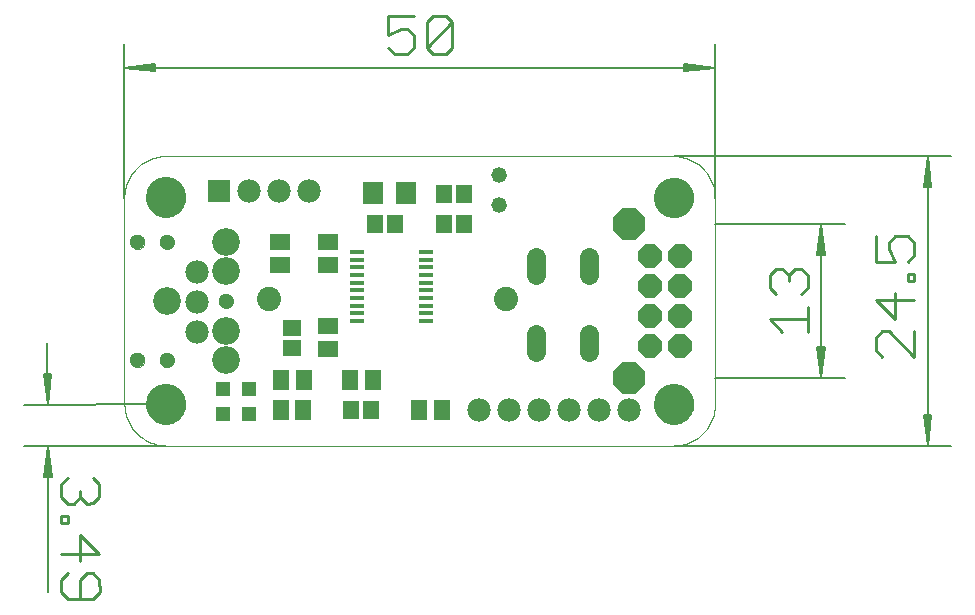
<source format=gts>
G75*
G70*
%OFA0B0*%
%FSLAX24Y24*%
%IPPOS*%
%LPD*%
%AMOC8*
5,1,8,0,0,1.08239X$1,22.5*
%
%ADD10C,0.0000*%
%ADD11C,0.0051*%
%ADD12C,0.0110*%
%ADD13C,0.0926*%
%ADD14C,0.0512*%
%ADD15OC8,0.0780*%
%ADD16R,0.0512X0.0512*%
%ADD17R,0.0552X0.0670*%
%ADD18R,0.0552X0.0631*%
%ADD19R,0.0670X0.0749*%
%ADD20C,0.0808*%
%ADD21R,0.0512X0.0158*%
%ADD22C,0.0520*%
%ADD23R,0.0780X0.0780*%
%ADD24C,0.0780*%
%ADD25R,0.0670X0.0552*%
%ADD26C,0.0631*%
%ADD27C,0.1340*%
%ADD28OC8,0.1040*%
%ADD29R,0.0631X0.0552*%
D10*
X004848Y006033D02*
X004851Y006033D01*
X021780Y006033D01*
X021784Y006033D01*
X021134Y007407D02*
X021136Y007457D01*
X021142Y007507D01*
X021152Y007557D01*
X021165Y007605D01*
X021182Y007653D01*
X021203Y007699D01*
X021227Y007743D01*
X021255Y007785D01*
X021286Y007825D01*
X021320Y007862D01*
X021357Y007897D01*
X021396Y007928D01*
X021437Y007957D01*
X021481Y007982D01*
X021527Y008004D01*
X021574Y008022D01*
X021622Y008036D01*
X021671Y008047D01*
X021721Y008054D01*
X021771Y008057D01*
X021822Y008056D01*
X021872Y008051D01*
X021922Y008042D01*
X021970Y008030D01*
X022018Y008013D01*
X022064Y007993D01*
X022109Y007970D01*
X022152Y007943D01*
X022192Y007913D01*
X022230Y007880D01*
X022265Y007844D01*
X022298Y007805D01*
X022327Y007764D01*
X022353Y007721D01*
X022376Y007676D01*
X022395Y007629D01*
X022410Y007581D01*
X022422Y007532D01*
X022430Y007482D01*
X022434Y007432D01*
X022434Y007382D01*
X022430Y007332D01*
X022422Y007282D01*
X022410Y007233D01*
X022395Y007185D01*
X022376Y007138D01*
X022353Y007093D01*
X022327Y007050D01*
X022298Y007009D01*
X022265Y006970D01*
X022230Y006934D01*
X022192Y006901D01*
X022152Y006871D01*
X022109Y006844D01*
X022064Y006821D01*
X022018Y006801D01*
X021970Y006784D01*
X021922Y006772D01*
X021872Y006763D01*
X021822Y006758D01*
X021771Y006757D01*
X021721Y006760D01*
X021671Y006767D01*
X021622Y006778D01*
X021574Y006792D01*
X021527Y006810D01*
X021481Y006832D01*
X021437Y006857D01*
X021396Y006886D01*
X021357Y006917D01*
X021320Y006952D01*
X021286Y006989D01*
X021255Y007029D01*
X021227Y007071D01*
X021203Y007115D01*
X021182Y007161D01*
X021165Y007209D01*
X021152Y007257D01*
X021142Y007307D01*
X021136Y007357D01*
X021134Y007407D01*
X021780Y006033D02*
X021852Y006035D01*
X021924Y006041D01*
X021996Y006050D01*
X022067Y006063D01*
X022137Y006080D01*
X022206Y006100D01*
X022274Y006125D01*
X022340Y006152D01*
X022406Y006183D01*
X022469Y006218D01*
X022531Y006255D01*
X022590Y006296D01*
X022647Y006340D01*
X022702Y006387D01*
X022754Y006437D01*
X022804Y006489D01*
X022851Y006544D01*
X022895Y006601D01*
X022936Y006660D01*
X022973Y006722D01*
X023008Y006785D01*
X023039Y006851D01*
X023066Y006917D01*
X023091Y006985D01*
X023111Y007054D01*
X023128Y007124D01*
X023141Y007195D01*
X023150Y007267D01*
X023156Y007339D01*
X023158Y007411D01*
X023158Y014300D01*
X023158Y014307D01*
X021130Y014300D02*
X021132Y014350D01*
X021138Y014400D01*
X021148Y014450D01*
X021161Y014498D01*
X021178Y014546D01*
X021199Y014592D01*
X021223Y014636D01*
X021251Y014678D01*
X021282Y014718D01*
X021316Y014755D01*
X021353Y014790D01*
X021392Y014821D01*
X021433Y014850D01*
X021477Y014875D01*
X021523Y014897D01*
X021570Y014915D01*
X021618Y014929D01*
X021667Y014940D01*
X021717Y014947D01*
X021767Y014950D01*
X021818Y014949D01*
X021868Y014944D01*
X021918Y014935D01*
X021966Y014923D01*
X022014Y014906D01*
X022060Y014886D01*
X022105Y014863D01*
X022148Y014836D01*
X022188Y014806D01*
X022226Y014773D01*
X022261Y014737D01*
X022294Y014698D01*
X022323Y014657D01*
X022349Y014614D01*
X022372Y014569D01*
X022391Y014522D01*
X022406Y014474D01*
X022418Y014425D01*
X022426Y014375D01*
X022430Y014325D01*
X022430Y014275D01*
X022426Y014225D01*
X022418Y014175D01*
X022406Y014126D01*
X022391Y014078D01*
X022372Y014031D01*
X022349Y013986D01*
X022323Y013943D01*
X022294Y013902D01*
X022261Y013863D01*
X022226Y013827D01*
X022188Y013794D01*
X022148Y013764D01*
X022105Y013737D01*
X022060Y013714D01*
X022014Y013694D01*
X021966Y013677D01*
X021918Y013665D01*
X021868Y013656D01*
X021818Y013651D01*
X021767Y013650D01*
X021717Y013653D01*
X021667Y013660D01*
X021618Y013671D01*
X021570Y013685D01*
X021523Y013703D01*
X021477Y013725D01*
X021433Y013750D01*
X021392Y013779D01*
X021353Y013810D01*
X021316Y013845D01*
X021282Y013882D01*
X021251Y013922D01*
X021223Y013964D01*
X021199Y014008D01*
X021178Y014054D01*
X021161Y014102D01*
X021148Y014150D01*
X021138Y014200D01*
X021132Y014250D01*
X021130Y014300D01*
X021780Y015678D02*
X021852Y015676D01*
X021924Y015670D01*
X021996Y015661D01*
X022067Y015648D01*
X022137Y015631D01*
X022206Y015611D01*
X022274Y015586D01*
X022340Y015559D01*
X022406Y015528D01*
X022469Y015493D01*
X022531Y015456D01*
X022590Y015415D01*
X022647Y015371D01*
X022702Y015324D01*
X022754Y015274D01*
X022804Y015222D01*
X022851Y015167D01*
X022895Y015110D01*
X022936Y015051D01*
X022973Y014989D01*
X023008Y014926D01*
X023039Y014860D01*
X023066Y014794D01*
X023091Y014726D01*
X023111Y014657D01*
X023128Y014587D01*
X023141Y014516D01*
X023150Y014444D01*
X023156Y014372D01*
X023158Y014300D01*
X021784Y015678D02*
X021780Y015678D01*
X004851Y015678D01*
X004198Y014304D02*
X004200Y014354D01*
X004206Y014404D01*
X004216Y014454D01*
X004229Y014502D01*
X004246Y014550D01*
X004267Y014596D01*
X004291Y014640D01*
X004319Y014682D01*
X004350Y014722D01*
X004384Y014759D01*
X004421Y014794D01*
X004460Y014825D01*
X004501Y014854D01*
X004545Y014879D01*
X004591Y014901D01*
X004638Y014919D01*
X004686Y014933D01*
X004735Y014944D01*
X004785Y014951D01*
X004835Y014954D01*
X004886Y014953D01*
X004936Y014948D01*
X004986Y014939D01*
X005034Y014927D01*
X005082Y014910D01*
X005128Y014890D01*
X005173Y014867D01*
X005216Y014840D01*
X005256Y014810D01*
X005294Y014777D01*
X005329Y014741D01*
X005362Y014702D01*
X005391Y014661D01*
X005417Y014618D01*
X005440Y014573D01*
X005459Y014526D01*
X005474Y014478D01*
X005486Y014429D01*
X005494Y014379D01*
X005498Y014329D01*
X005498Y014279D01*
X005494Y014229D01*
X005486Y014179D01*
X005474Y014130D01*
X005459Y014082D01*
X005440Y014035D01*
X005417Y013990D01*
X005391Y013947D01*
X005362Y013906D01*
X005329Y013867D01*
X005294Y013831D01*
X005256Y013798D01*
X005216Y013768D01*
X005173Y013741D01*
X005128Y013718D01*
X005082Y013698D01*
X005034Y013681D01*
X004986Y013669D01*
X004936Y013660D01*
X004886Y013655D01*
X004835Y013654D01*
X004785Y013657D01*
X004735Y013664D01*
X004686Y013675D01*
X004638Y013689D01*
X004591Y013707D01*
X004545Y013729D01*
X004501Y013754D01*
X004460Y013783D01*
X004421Y013814D01*
X004384Y013849D01*
X004350Y013886D01*
X004319Y013926D01*
X004291Y013968D01*
X004267Y014012D01*
X004246Y014058D01*
X004229Y014106D01*
X004216Y014154D01*
X004206Y014204D01*
X004200Y014254D01*
X004198Y014304D01*
X003473Y014300D02*
X003475Y014372D01*
X003481Y014444D01*
X003490Y014516D01*
X003503Y014587D01*
X003520Y014657D01*
X003540Y014726D01*
X003565Y014794D01*
X003592Y014860D01*
X003623Y014926D01*
X003658Y014989D01*
X003695Y015051D01*
X003736Y015110D01*
X003780Y015167D01*
X003827Y015222D01*
X003877Y015274D01*
X003929Y015324D01*
X003984Y015371D01*
X004041Y015415D01*
X004100Y015456D01*
X004162Y015493D01*
X004225Y015528D01*
X004291Y015559D01*
X004357Y015586D01*
X004425Y015611D01*
X004494Y015631D01*
X004564Y015648D01*
X004635Y015661D01*
X004707Y015670D01*
X004779Y015676D01*
X004851Y015678D01*
X003473Y014304D02*
X003473Y014300D01*
X003473Y007450D01*
X003473Y007407D01*
X004198Y007407D02*
X004200Y007457D01*
X004206Y007507D01*
X004216Y007557D01*
X004229Y007605D01*
X004246Y007653D01*
X004267Y007699D01*
X004291Y007743D01*
X004319Y007785D01*
X004350Y007825D01*
X004384Y007862D01*
X004421Y007897D01*
X004460Y007928D01*
X004501Y007957D01*
X004545Y007982D01*
X004591Y008004D01*
X004638Y008022D01*
X004686Y008036D01*
X004735Y008047D01*
X004785Y008054D01*
X004835Y008057D01*
X004886Y008056D01*
X004936Y008051D01*
X004986Y008042D01*
X005034Y008030D01*
X005082Y008013D01*
X005128Y007993D01*
X005173Y007970D01*
X005216Y007943D01*
X005256Y007913D01*
X005294Y007880D01*
X005329Y007844D01*
X005362Y007805D01*
X005391Y007764D01*
X005417Y007721D01*
X005440Y007676D01*
X005459Y007629D01*
X005474Y007581D01*
X005486Y007532D01*
X005494Y007482D01*
X005498Y007432D01*
X005498Y007382D01*
X005494Y007332D01*
X005486Y007282D01*
X005474Y007233D01*
X005459Y007185D01*
X005440Y007138D01*
X005417Y007093D01*
X005391Y007050D01*
X005362Y007009D01*
X005329Y006970D01*
X005294Y006934D01*
X005256Y006901D01*
X005216Y006871D01*
X005173Y006844D01*
X005128Y006821D01*
X005082Y006801D01*
X005034Y006784D01*
X004986Y006772D01*
X004936Y006763D01*
X004886Y006758D01*
X004835Y006757D01*
X004785Y006760D01*
X004735Y006767D01*
X004686Y006778D01*
X004638Y006792D01*
X004591Y006810D01*
X004545Y006832D01*
X004501Y006857D01*
X004460Y006886D01*
X004421Y006917D01*
X004384Y006952D01*
X004350Y006989D01*
X004319Y007029D01*
X004291Y007071D01*
X004267Y007115D01*
X004246Y007161D01*
X004229Y007209D01*
X004216Y007257D01*
X004206Y007307D01*
X004200Y007357D01*
X004198Y007407D01*
X003473Y007450D02*
X003474Y007377D01*
X003479Y007303D01*
X003487Y007231D01*
X003500Y007159D01*
X003516Y007087D01*
X003535Y007017D01*
X003559Y006947D01*
X003586Y006879D01*
X003617Y006813D01*
X003651Y006748D01*
X003688Y006685D01*
X003729Y006624D01*
X003772Y006566D01*
X003819Y006509D01*
X003869Y006455D01*
X003921Y006404D01*
X003976Y006356D01*
X004033Y006311D01*
X004093Y006268D01*
X004155Y006229D01*
X004219Y006193D01*
X004284Y006161D01*
X004352Y006132D01*
X004420Y006107D01*
X004490Y006085D01*
X004561Y006067D01*
X004633Y006052D01*
X004705Y006042D01*
X004778Y006035D01*
X004851Y006032D01*
X004655Y008883D02*
X004657Y008913D01*
X004663Y008943D01*
X004672Y008972D01*
X004685Y008999D01*
X004702Y009024D01*
X004721Y009047D01*
X004744Y009068D01*
X004769Y009085D01*
X004795Y009099D01*
X004824Y009109D01*
X004853Y009116D01*
X004883Y009119D01*
X004914Y009118D01*
X004944Y009113D01*
X004973Y009104D01*
X005000Y009092D01*
X005026Y009077D01*
X005050Y009058D01*
X005071Y009036D01*
X005089Y009012D01*
X005104Y008985D01*
X005115Y008957D01*
X005123Y008928D01*
X005127Y008898D01*
X005127Y008868D01*
X005123Y008838D01*
X005115Y008809D01*
X005104Y008781D01*
X005089Y008754D01*
X005071Y008730D01*
X005050Y008708D01*
X005026Y008689D01*
X005000Y008674D01*
X004973Y008662D01*
X004944Y008653D01*
X004914Y008648D01*
X004883Y008647D01*
X004853Y008650D01*
X004824Y008657D01*
X004795Y008667D01*
X004769Y008681D01*
X004744Y008698D01*
X004721Y008719D01*
X004702Y008742D01*
X004685Y008767D01*
X004672Y008794D01*
X004663Y008823D01*
X004657Y008853D01*
X004655Y008883D01*
X003670Y008883D02*
X003672Y008913D01*
X003678Y008943D01*
X003687Y008972D01*
X003700Y008999D01*
X003717Y009024D01*
X003736Y009047D01*
X003759Y009068D01*
X003784Y009085D01*
X003810Y009099D01*
X003839Y009109D01*
X003868Y009116D01*
X003898Y009119D01*
X003929Y009118D01*
X003959Y009113D01*
X003988Y009104D01*
X004015Y009092D01*
X004041Y009077D01*
X004065Y009058D01*
X004086Y009036D01*
X004104Y009012D01*
X004119Y008985D01*
X004130Y008957D01*
X004138Y008928D01*
X004142Y008898D01*
X004142Y008868D01*
X004138Y008838D01*
X004130Y008809D01*
X004119Y008781D01*
X004104Y008754D01*
X004086Y008730D01*
X004065Y008708D01*
X004041Y008689D01*
X004015Y008674D01*
X003988Y008662D01*
X003959Y008653D01*
X003929Y008648D01*
X003898Y008647D01*
X003868Y008650D01*
X003839Y008657D01*
X003810Y008667D01*
X003784Y008681D01*
X003759Y008698D01*
X003736Y008719D01*
X003717Y008742D01*
X003700Y008767D01*
X003687Y008794D01*
X003678Y008823D01*
X003672Y008853D01*
X003670Y008883D01*
X006623Y010852D02*
X006625Y010882D01*
X006631Y010912D01*
X006640Y010941D01*
X006653Y010968D01*
X006670Y010993D01*
X006689Y011016D01*
X006712Y011037D01*
X006737Y011054D01*
X006763Y011068D01*
X006792Y011078D01*
X006821Y011085D01*
X006851Y011088D01*
X006882Y011087D01*
X006912Y011082D01*
X006941Y011073D01*
X006968Y011061D01*
X006994Y011046D01*
X007018Y011027D01*
X007039Y011005D01*
X007057Y010981D01*
X007072Y010954D01*
X007083Y010926D01*
X007091Y010897D01*
X007095Y010867D01*
X007095Y010837D01*
X007091Y010807D01*
X007083Y010778D01*
X007072Y010750D01*
X007057Y010723D01*
X007039Y010699D01*
X007018Y010677D01*
X006994Y010658D01*
X006968Y010643D01*
X006941Y010631D01*
X006912Y010622D01*
X006882Y010617D01*
X006851Y010616D01*
X006821Y010619D01*
X006792Y010626D01*
X006763Y010636D01*
X006737Y010650D01*
X006712Y010667D01*
X006689Y010688D01*
X006670Y010711D01*
X006653Y010736D01*
X006640Y010763D01*
X006631Y010792D01*
X006625Y010822D01*
X006623Y010852D01*
X004655Y012820D02*
X004657Y012850D01*
X004663Y012880D01*
X004672Y012909D01*
X004685Y012936D01*
X004702Y012961D01*
X004721Y012984D01*
X004744Y013005D01*
X004769Y013022D01*
X004795Y013036D01*
X004824Y013046D01*
X004853Y013053D01*
X004883Y013056D01*
X004914Y013055D01*
X004944Y013050D01*
X004973Y013041D01*
X005000Y013029D01*
X005026Y013014D01*
X005050Y012995D01*
X005071Y012973D01*
X005089Y012949D01*
X005104Y012922D01*
X005115Y012894D01*
X005123Y012865D01*
X005127Y012835D01*
X005127Y012805D01*
X005123Y012775D01*
X005115Y012746D01*
X005104Y012718D01*
X005089Y012691D01*
X005071Y012667D01*
X005050Y012645D01*
X005026Y012626D01*
X005000Y012611D01*
X004973Y012599D01*
X004944Y012590D01*
X004914Y012585D01*
X004883Y012584D01*
X004853Y012587D01*
X004824Y012594D01*
X004795Y012604D01*
X004769Y012618D01*
X004744Y012635D01*
X004721Y012656D01*
X004702Y012679D01*
X004685Y012704D01*
X004672Y012731D01*
X004663Y012760D01*
X004657Y012790D01*
X004655Y012820D01*
X003670Y012820D02*
X003672Y012850D01*
X003678Y012880D01*
X003687Y012909D01*
X003700Y012936D01*
X003717Y012961D01*
X003736Y012984D01*
X003759Y013005D01*
X003784Y013022D01*
X003810Y013036D01*
X003839Y013046D01*
X003868Y013053D01*
X003898Y013056D01*
X003929Y013055D01*
X003959Y013050D01*
X003988Y013041D01*
X004015Y013029D01*
X004041Y013014D01*
X004065Y012995D01*
X004086Y012973D01*
X004104Y012949D01*
X004119Y012922D01*
X004130Y012894D01*
X004138Y012865D01*
X004142Y012835D01*
X004142Y012805D01*
X004138Y012775D01*
X004130Y012746D01*
X004119Y012718D01*
X004104Y012691D01*
X004086Y012667D01*
X004065Y012645D01*
X004041Y012626D01*
X004015Y012611D01*
X003988Y012599D01*
X003959Y012590D01*
X003929Y012585D01*
X003898Y012584D01*
X003868Y012587D01*
X003839Y012594D01*
X003810Y012604D01*
X003784Y012618D01*
X003759Y012635D01*
X003736Y012656D01*
X003717Y012679D01*
X003700Y012704D01*
X003687Y012731D01*
X003678Y012760D01*
X003672Y012790D01*
X003670Y012820D01*
D11*
X000916Y006024D02*
X000927Y001163D01*
X000867Y005000D02*
X000916Y006024D01*
X000816Y005000D01*
X000793Y005000D02*
X000916Y006024D01*
X001021Y005000D01*
X001044Y005000D02*
X000793Y005000D01*
X000970Y005000D02*
X000916Y006024D01*
X001044Y005000D01*
X000129Y006022D02*
X004851Y006033D01*
X004848Y007407D02*
X000126Y007397D01*
X000913Y007398D02*
X000808Y008422D01*
X000785Y008422D02*
X000913Y007398D01*
X001013Y008422D01*
X001036Y008422D02*
X000785Y008422D01*
X000859Y008422D02*
X000913Y007398D01*
X000962Y008422D01*
X001036Y008422D02*
X000913Y007398D01*
X000908Y009446D01*
X003473Y014300D02*
X003473Y019418D01*
X003473Y018631D02*
X004497Y018733D01*
X004497Y018757D02*
X004497Y018505D01*
X003473Y018631D01*
X004497Y018529D01*
X004497Y018580D02*
X003473Y018631D01*
X004497Y018682D01*
X004497Y018757D02*
X003473Y018631D01*
X023158Y018631D01*
X022135Y018529D01*
X022135Y018505D02*
X023158Y018631D01*
X022135Y018733D01*
X022135Y018757D02*
X022135Y018505D01*
X022135Y018580D02*
X023158Y018631D01*
X022135Y018682D01*
X022135Y018757D02*
X023158Y018631D01*
X023158Y019418D02*
X023158Y014300D01*
X023158Y013415D02*
X027489Y013415D01*
X026702Y013415D02*
X026804Y012391D01*
X026827Y012391D02*
X026702Y013415D01*
X026599Y012391D01*
X026576Y012391D02*
X026827Y012391D01*
X026753Y012391D02*
X026702Y013415D01*
X026651Y012391D01*
X026576Y012391D02*
X026702Y013415D01*
X026702Y008296D01*
X026804Y009320D01*
X026827Y009320D02*
X026702Y008296D01*
X026599Y009320D01*
X026576Y009320D02*
X026827Y009320D01*
X026753Y009320D02*
X026702Y008296D01*
X026651Y009320D01*
X026576Y009320D02*
X026702Y008296D01*
X027489Y008296D02*
X023158Y008296D01*
X021780Y006033D02*
X031032Y006033D01*
X030245Y006033D02*
X030347Y007056D01*
X030371Y007056D02*
X030245Y006033D01*
X030143Y007056D01*
X030119Y007056D02*
X030371Y007056D01*
X030296Y007056D02*
X030245Y006033D01*
X030194Y007056D01*
X030119Y007056D02*
X030245Y006033D01*
X030245Y015678D01*
X030347Y014655D01*
X030371Y014655D02*
X030245Y015678D01*
X030143Y014655D01*
X030119Y014655D02*
X030371Y014655D01*
X030296Y014655D02*
X030245Y015678D01*
X030194Y014655D01*
X030119Y014655D02*
X030245Y015678D01*
X031032Y015678D02*
X021780Y015678D01*
D12*
X025195Y011929D02*
X025407Y011929D01*
X025618Y011717D01*
X025830Y011929D01*
X026042Y011929D01*
X026253Y011717D01*
X026253Y011294D01*
X026042Y011083D01*
X026253Y010660D02*
X026253Y009814D01*
X026253Y010237D02*
X024984Y010237D01*
X025407Y009814D01*
X025195Y011083D02*
X024984Y011294D01*
X024984Y011717D01*
X025195Y011929D01*
X025618Y011717D02*
X025618Y011506D01*
X028527Y010895D02*
X029162Y010261D01*
X029162Y011107D01*
X029796Y010895D02*
X028527Y010895D01*
X029585Y011529D02*
X029585Y011741D01*
X029796Y011741D01*
X029796Y011529D01*
X029585Y011529D01*
X029585Y012164D02*
X029796Y012375D01*
X029796Y012798D01*
X029585Y013010D01*
X029162Y013010D01*
X028950Y012798D01*
X028950Y012587D01*
X029162Y012164D01*
X028527Y012164D01*
X028527Y013010D01*
X028739Y009838D02*
X028527Y009626D01*
X028527Y009203D01*
X028739Y008992D01*
X028950Y009838D02*
X029796Y008992D01*
X029796Y009838D01*
X028950Y009838D02*
X028739Y009838D01*
X014389Y019291D02*
X014178Y019080D01*
X013755Y019080D01*
X013543Y019291D01*
X014389Y020137D01*
X014389Y019291D01*
X013543Y019291D02*
X013543Y020137D01*
X013755Y020349D01*
X014178Y020349D01*
X014389Y020137D01*
X013121Y020349D02*
X012274Y020349D01*
X012274Y019714D01*
X012697Y019926D01*
X012909Y019926D01*
X013121Y019714D01*
X013121Y019291D01*
X012909Y019080D01*
X012486Y019080D01*
X012274Y019291D01*
X002425Y004948D02*
X002637Y004737D01*
X002637Y004314D01*
X002426Y004102D01*
X002215Y004101D01*
X002003Y004313D01*
X001792Y004101D01*
X001580Y004100D01*
X001368Y004311D01*
X001368Y004735D01*
X001579Y004946D01*
X002003Y004524D02*
X002003Y004313D01*
X001581Y003678D02*
X001369Y003677D01*
X001370Y003466D01*
X001581Y003466D01*
X001581Y003678D01*
X002005Y003044D02*
X002007Y002198D01*
X002219Y001775D02*
X002008Y001564D01*
X002009Y000929D01*
X001586Y000928D02*
X002432Y000930D01*
X002643Y001142D01*
X002642Y001565D01*
X002430Y001776D01*
X002219Y001775D01*
X001584Y001774D02*
X001373Y001563D01*
X001374Y001139D01*
X001586Y000928D01*
X001372Y002408D02*
X002641Y002411D01*
X002005Y003044D01*
D13*
X006859Y008883D03*
X006859Y009867D03*
X004891Y010852D03*
X006859Y011836D03*
X006859Y012820D03*
D14*
X004891Y012820D03*
X003906Y012820D03*
X006859Y010852D03*
X004891Y008883D03*
X003906Y008883D03*
D15*
X020981Y009349D03*
X021981Y009349D03*
X021981Y010349D03*
X020981Y010349D03*
X020981Y011349D03*
X021981Y011349D03*
X021981Y012349D03*
X020981Y012349D03*
D16*
X007630Y007924D03*
X006745Y007924D03*
X006745Y007097D03*
X007630Y007097D03*
D17*
X008693Y007232D03*
X009441Y007232D03*
X009447Y008233D03*
X008699Y008233D03*
X010999Y008233D03*
X011747Y008233D03*
X013299Y007233D03*
X014047Y007233D03*
D18*
X011708Y007233D03*
X011039Y007233D03*
X011839Y013433D03*
X012508Y013433D03*
X014139Y013433D03*
X014808Y013433D03*
X014808Y014433D03*
X014139Y014433D03*
D19*
X012875Y014441D03*
X011772Y014441D03*
D20*
X008309Y010929D03*
X016183Y010929D03*
D21*
X013515Y010949D03*
X013515Y011205D03*
X013515Y011461D03*
X013515Y011717D03*
X013515Y011972D03*
X013515Y012228D03*
X013515Y012484D03*
X011232Y012484D03*
X011232Y012228D03*
X011232Y011972D03*
X011232Y011717D03*
X011232Y011461D03*
X011232Y011205D03*
X011232Y010949D03*
X011232Y010693D03*
X011232Y010437D03*
X011232Y010181D03*
X013515Y010181D03*
X013515Y010437D03*
X013515Y010693D03*
D22*
X015952Y014061D03*
X015952Y015061D03*
D23*
X006615Y014512D03*
D24*
X007615Y014512D03*
X008615Y014512D03*
X009615Y014512D03*
X005893Y011823D03*
X005893Y010823D03*
X005893Y009823D03*
X015299Y007209D03*
X016299Y007209D03*
X017299Y007209D03*
X018299Y007209D03*
X019299Y007209D03*
X020299Y007209D03*
D25*
X010273Y009259D03*
X010273Y010007D03*
X010273Y012059D03*
X010273Y012807D03*
X008673Y012807D03*
X008673Y012059D03*
D26*
X017188Y012307D02*
X017188Y011717D01*
X018959Y011717D02*
X018959Y012307D01*
X018959Y009748D02*
X018959Y009158D01*
X017188Y009158D02*
X017188Y009748D01*
D27*
X021784Y007407D03*
X021780Y014300D03*
X004848Y014304D03*
X004848Y007407D03*
D28*
X020304Y008296D03*
X020304Y013415D03*
D29*
X009073Y009967D03*
X009073Y009298D03*
M02*

</source>
